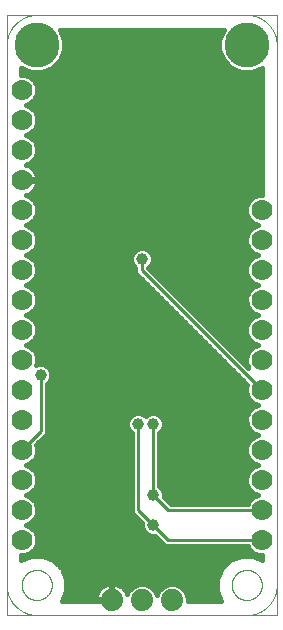
<source format=gbl>
G75*
%MOIN*%
%OFA0B0*%
%FSLAX25Y25*%
%IPPOS*%
%LPD*%
%AMOC8*
5,1,8,0,0,1.08239X$1,22.5*
%
%ADD10C,0.00000*%
%ADD11C,0.07400*%
%ADD12C,0.15000*%
%ADD13C,0.07000*%
%ADD14C,0.01600*%
%ADD15C,0.03962*%
%ADD16C,0.01000*%
D10*
X0005000Y0004300D02*
X0005000Y0204261D01*
X0094951Y0204261D01*
X0094951Y0004300D01*
X0005000Y0004300D01*
X0005000Y0014300D02*
X0005000Y0194300D01*
X0005003Y0194542D01*
X0005012Y0194783D01*
X0005026Y0195024D01*
X0005047Y0195265D01*
X0005073Y0195505D01*
X0005105Y0195745D01*
X0005143Y0195984D01*
X0005186Y0196221D01*
X0005236Y0196458D01*
X0005291Y0196693D01*
X0005351Y0196927D01*
X0005418Y0197159D01*
X0005489Y0197390D01*
X0005567Y0197619D01*
X0005650Y0197846D01*
X0005738Y0198071D01*
X0005832Y0198294D01*
X0005931Y0198514D01*
X0006036Y0198732D01*
X0006145Y0198947D01*
X0006260Y0199160D01*
X0006380Y0199370D01*
X0006505Y0199576D01*
X0006635Y0199780D01*
X0006770Y0199981D01*
X0006910Y0200178D01*
X0007054Y0200372D01*
X0007203Y0200562D01*
X0007357Y0200748D01*
X0007515Y0200931D01*
X0007677Y0201110D01*
X0007844Y0201285D01*
X0008015Y0201456D01*
X0008190Y0201623D01*
X0008369Y0201785D01*
X0008552Y0201943D01*
X0008738Y0202097D01*
X0008928Y0202246D01*
X0009122Y0202390D01*
X0009319Y0202530D01*
X0009520Y0202665D01*
X0009724Y0202795D01*
X0009930Y0202920D01*
X0010140Y0203040D01*
X0010353Y0203155D01*
X0010568Y0203264D01*
X0010786Y0203369D01*
X0011006Y0203468D01*
X0011229Y0203562D01*
X0011454Y0203650D01*
X0011681Y0203733D01*
X0011910Y0203811D01*
X0012141Y0203882D01*
X0012373Y0203949D01*
X0012607Y0204009D01*
X0012842Y0204064D01*
X0013079Y0204114D01*
X0013316Y0204157D01*
X0013555Y0204195D01*
X0013795Y0204227D01*
X0014035Y0204253D01*
X0014276Y0204274D01*
X0014517Y0204288D01*
X0014758Y0204297D01*
X0015000Y0204300D01*
X0085000Y0204300D01*
X0085242Y0204297D01*
X0085483Y0204288D01*
X0085724Y0204274D01*
X0085965Y0204253D01*
X0086205Y0204227D01*
X0086445Y0204195D01*
X0086684Y0204157D01*
X0086921Y0204114D01*
X0087158Y0204064D01*
X0087393Y0204009D01*
X0087627Y0203949D01*
X0087859Y0203882D01*
X0088090Y0203811D01*
X0088319Y0203733D01*
X0088546Y0203650D01*
X0088771Y0203562D01*
X0088994Y0203468D01*
X0089214Y0203369D01*
X0089432Y0203264D01*
X0089647Y0203155D01*
X0089860Y0203040D01*
X0090070Y0202920D01*
X0090276Y0202795D01*
X0090480Y0202665D01*
X0090681Y0202530D01*
X0090878Y0202390D01*
X0091072Y0202246D01*
X0091262Y0202097D01*
X0091448Y0201943D01*
X0091631Y0201785D01*
X0091810Y0201623D01*
X0091985Y0201456D01*
X0092156Y0201285D01*
X0092323Y0201110D01*
X0092485Y0200931D01*
X0092643Y0200748D01*
X0092797Y0200562D01*
X0092946Y0200372D01*
X0093090Y0200178D01*
X0093230Y0199981D01*
X0093365Y0199780D01*
X0093495Y0199576D01*
X0093620Y0199370D01*
X0093740Y0199160D01*
X0093855Y0198947D01*
X0093964Y0198732D01*
X0094069Y0198514D01*
X0094168Y0198294D01*
X0094262Y0198071D01*
X0094350Y0197846D01*
X0094433Y0197619D01*
X0094511Y0197390D01*
X0094582Y0197159D01*
X0094649Y0196927D01*
X0094709Y0196693D01*
X0094764Y0196458D01*
X0094814Y0196221D01*
X0094857Y0195984D01*
X0094895Y0195745D01*
X0094927Y0195505D01*
X0094953Y0195265D01*
X0094974Y0195024D01*
X0094988Y0194783D01*
X0094997Y0194542D01*
X0095000Y0194300D01*
X0095000Y0014300D01*
X0080000Y0014300D02*
X0080002Y0014441D01*
X0080008Y0014582D01*
X0080018Y0014722D01*
X0080032Y0014862D01*
X0080050Y0015002D01*
X0080071Y0015141D01*
X0080097Y0015280D01*
X0080126Y0015418D01*
X0080160Y0015554D01*
X0080197Y0015690D01*
X0080238Y0015825D01*
X0080283Y0015959D01*
X0080332Y0016091D01*
X0080384Y0016222D01*
X0080440Y0016351D01*
X0080500Y0016478D01*
X0080563Y0016604D01*
X0080629Y0016728D01*
X0080700Y0016851D01*
X0080773Y0016971D01*
X0080850Y0017089D01*
X0080930Y0017205D01*
X0081014Y0017318D01*
X0081100Y0017429D01*
X0081190Y0017538D01*
X0081283Y0017644D01*
X0081378Y0017747D01*
X0081477Y0017848D01*
X0081578Y0017946D01*
X0081682Y0018041D01*
X0081789Y0018133D01*
X0081898Y0018222D01*
X0082010Y0018307D01*
X0082124Y0018390D01*
X0082240Y0018470D01*
X0082359Y0018546D01*
X0082480Y0018618D01*
X0082602Y0018688D01*
X0082727Y0018753D01*
X0082853Y0018816D01*
X0082981Y0018874D01*
X0083111Y0018929D01*
X0083242Y0018981D01*
X0083375Y0019028D01*
X0083509Y0019072D01*
X0083644Y0019113D01*
X0083780Y0019149D01*
X0083917Y0019181D01*
X0084055Y0019210D01*
X0084193Y0019235D01*
X0084333Y0019255D01*
X0084473Y0019272D01*
X0084613Y0019285D01*
X0084754Y0019294D01*
X0084894Y0019299D01*
X0085035Y0019300D01*
X0085176Y0019297D01*
X0085317Y0019290D01*
X0085457Y0019279D01*
X0085597Y0019264D01*
X0085737Y0019245D01*
X0085876Y0019223D01*
X0086014Y0019196D01*
X0086152Y0019166D01*
X0086288Y0019131D01*
X0086424Y0019093D01*
X0086558Y0019051D01*
X0086692Y0019005D01*
X0086824Y0018956D01*
X0086954Y0018902D01*
X0087083Y0018845D01*
X0087210Y0018785D01*
X0087336Y0018721D01*
X0087459Y0018653D01*
X0087581Y0018582D01*
X0087701Y0018508D01*
X0087818Y0018430D01*
X0087933Y0018349D01*
X0088046Y0018265D01*
X0088157Y0018178D01*
X0088265Y0018087D01*
X0088370Y0017994D01*
X0088473Y0017897D01*
X0088573Y0017798D01*
X0088670Y0017696D01*
X0088764Y0017591D01*
X0088855Y0017484D01*
X0088943Y0017374D01*
X0089028Y0017262D01*
X0089110Y0017147D01*
X0089189Y0017030D01*
X0089264Y0016911D01*
X0089336Y0016790D01*
X0089404Y0016667D01*
X0089469Y0016542D01*
X0089531Y0016415D01*
X0089588Y0016286D01*
X0089643Y0016156D01*
X0089693Y0016025D01*
X0089740Y0015892D01*
X0089783Y0015758D01*
X0089822Y0015622D01*
X0089857Y0015486D01*
X0089889Y0015349D01*
X0089916Y0015211D01*
X0089940Y0015072D01*
X0089960Y0014932D01*
X0089976Y0014792D01*
X0089988Y0014652D01*
X0089996Y0014511D01*
X0090000Y0014370D01*
X0090000Y0014230D01*
X0089996Y0014089D01*
X0089988Y0013948D01*
X0089976Y0013808D01*
X0089960Y0013668D01*
X0089940Y0013528D01*
X0089916Y0013389D01*
X0089889Y0013251D01*
X0089857Y0013114D01*
X0089822Y0012978D01*
X0089783Y0012842D01*
X0089740Y0012708D01*
X0089693Y0012575D01*
X0089643Y0012444D01*
X0089588Y0012314D01*
X0089531Y0012185D01*
X0089469Y0012058D01*
X0089404Y0011933D01*
X0089336Y0011810D01*
X0089264Y0011689D01*
X0089189Y0011570D01*
X0089110Y0011453D01*
X0089028Y0011338D01*
X0088943Y0011226D01*
X0088855Y0011116D01*
X0088764Y0011009D01*
X0088670Y0010904D01*
X0088573Y0010802D01*
X0088473Y0010703D01*
X0088370Y0010606D01*
X0088265Y0010513D01*
X0088157Y0010422D01*
X0088046Y0010335D01*
X0087933Y0010251D01*
X0087818Y0010170D01*
X0087701Y0010092D01*
X0087581Y0010018D01*
X0087459Y0009947D01*
X0087336Y0009879D01*
X0087210Y0009815D01*
X0087083Y0009755D01*
X0086954Y0009698D01*
X0086824Y0009644D01*
X0086692Y0009595D01*
X0086558Y0009549D01*
X0086424Y0009507D01*
X0086288Y0009469D01*
X0086152Y0009434D01*
X0086014Y0009404D01*
X0085876Y0009377D01*
X0085737Y0009355D01*
X0085597Y0009336D01*
X0085457Y0009321D01*
X0085317Y0009310D01*
X0085176Y0009303D01*
X0085035Y0009300D01*
X0084894Y0009301D01*
X0084754Y0009306D01*
X0084613Y0009315D01*
X0084473Y0009328D01*
X0084333Y0009345D01*
X0084193Y0009365D01*
X0084055Y0009390D01*
X0083917Y0009419D01*
X0083780Y0009451D01*
X0083644Y0009487D01*
X0083509Y0009528D01*
X0083375Y0009572D01*
X0083242Y0009619D01*
X0083111Y0009671D01*
X0082981Y0009726D01*
X0082853Y0009784D01*
X0082727Y0009847D01*
X0082602Y0009912D01*
X0082480Y0009982D01*
X0082359Y0010054D01*
X0082240Y0010130D01*
X0082124Y0010210D01*
X0082010Y0010293D01*
X0081898Y0010378D01*
X0081789Y0010467D01*
X0081682Y0010559D01*
X0081578Y0010654D01*
X0081477Y0010752D01*
X0081378Y0010853D01*
X0081283Y0010956D01*
X0081190Y0011062D01*
X0081100Y0011171D01*
X0081014Y0011282D01*
X0080930Y0011395D01*
X0080850Y0011511D01*
X0080773Y0011629D01*
X0080700Y0011749D01*
X0080629Y0011872D01*
X0080563Y0011996D01*
X0080500Y0012122D01*
X0080440Y0012249D01*
X0080384Y0012378D01*
X0080332Y0012509D01*
X0080283Y0012641D01*
X0080238Y0012775D01*
X0080197Y0012910D01*
X0080160Y0013046D01*
X0080126Y0013182D01*
X0080097Y0013320D01*
X0080071Y0013459D01*
X0080050Y0013598D01*
X0080032Y0013738D01*
X0080018Y0013878D01*
X0080008Y0014018D01*
X0080002Y0014159D01*
X0080000Y0014300D01*
X0085000Y0004300D02*
X0085242Y0004303D01*
X0085483Y0004312D01*
X0085724Y0004326D01*
X0085965Y0004347D01*
X0086205Y0004373D01*
X0086445Y0004405D01*
X0086684Y0004443D01*
X0086921Y0004486D01*
X0087158Y0004536D01*
X0087393Y0004591D01*
X0087627Y0004651D01*
X0087859Y0004718D01*
X0088090Y0004789D01*
X0088319Y0004867D01*
X0088546Y0004950D01*
X0088771Y0005038D01*
X0088994Y0005132D01*
X0089214Y0005231D01*
X0089432Y0005336D01*
X0089647Y0005445D01*
X0089860Y0005560D01*
X0090070Y0005680D01*
X0090276Y0005805D01*
X0090480Y0005935D01*
X0090681Y0006070D01*
X0090878Y0006210D01*
X0091072Y0006354D01*
X0091262Y0006503D01*
X0091448Y0006657D01*
X0091631Y0006815D01*
X0091810Y0006977D01*
X0091985Y0007144D01*
X0092156Y0007315D01*
X0092323Y0007490D01*
X0092485Y0007669D01*
X0092643Y0007852D01*
X0092797Y0008038D01*
X0092946Y0008228D01*
X0093090Y0008422D01*
X0093230Y0008619D01*
X0093365Y0008820D01*
X0093495Y0009024D01*
X0093620Y0009230D01*
X0093740Y0009440D01*
X0093855Y0009653D01*
X0093964Y0009868D01*
X0094069Y0010086D01*
X0094168Y0010306D01*
X0094262Y0010529D01*
X0094350Y0010754D01*
X0094433Y0010981D01*
X0094511Y0011210D01*
X0094582Y0011441D01*
X0094649Y0011673D01*
X0094709Y0011907D01*
X0094764Y0012142D01*
X0094814Y0012379D01*
X0094857Y0012616D01*
X0094895Y0012855D01*
X0094927Y0013095D01*
X0094953Y0013335D01*
X0094974Y0013576D01*
X0094988Y0013817D01*
X0094997Y0014058D01*
X0095000Y0014300D01*
X0085000Y0004300D02*
X0015000Y0004300D01*
X0010000Y0014300D02*
X0010002Y0014441D01*
X0010008Y0014582D01*
X0010018Y0014722D01*
X0010032Y0014862D01*
X0010050Y0015002D01*
X0010071Y0015141D01*
X0010097Y0015280D01*
X0010126Y0015418D01*
X0010160Y0015554D01*
X0010197Y0015690D01*
X0010238Y0015825D01*
X0010283Y0015959D01*
X0010332Y0016091D01*
X0010384Y0016222D01*
X0010440Y0016351D01*
X0010500Y0016478D01*
X0010563Y0016604D01*
X0010629Y0016728D01*
X0010700Y0016851D01*
X0010773Y0016971D01*
X0010850Y0017089D01*
X0010930Y0017205D01*
X0011014Y0017318D01*
X0011100Y0017429D01*
X0011190Y0017538D01*
X0011283Y0017644D01*
X0011378Y0017747D01*
X0011477Y0017848D01*
X0011578Y0017946D01*
X0011682Y0018041D01*
X0011789Y0018133D01*
X0011898Y0018222D01*
X0012010Y0018307D01*
X0012124Y0018390D01*
X0012240Y0018470D01*
X0012359Y0018546D01*
X0012480Y0018618D01*
X0012602Y0018688D01*
X0012727Y0018753D01*
X0012853Y0018816D01*
X0012981Y0018874D01*
X0013111Y0018929D01*
X0013242Y0018981D01*
X0013375Y0019028D01*
X0013509Y0019072D01*
X0013644Y0019113D01*
X0013780Y0019149D01*
X0013917Y0019181D01*
X0014055Y0019210D01*
X0014193Y0019235D01*
X0014333Y0019255D01*
X0014473Y0019272D01*
X0014613Y0019285D01*
X0014754Y0019294D01*
X0014894Y0019299D01*
X0015035Y0019300D01*
X0015176Y0019297D01*
X0015317Y0019290D01*
X0015457Y0019279D01*
X0015597Y0019264D01*
X0015737Y0019245D01*
X0015876Y0019223D01*
X0016014Y0019196D01*
X0016152Y0019166D01*
X0016288Y0019131D01*
X0016424Y0019093D01*
X0016558Y0019051D01*
X0016692Y0019005D01*
X0016824Y0018956D01*
X0016954Y0018902D01*
X0017083Y0018845D01*
X0017210Y0018785D01*
X0017336Y0018721D01*
X0017459Y0018653D01*
X0017581Y0018582D01*
X0017701Y0018508D01*
X0017818Y0018430D01*
X0017933Y0018349D01*
X0018046Y0018265D01*
X0018157Y0018178D01*
X0018265Y0018087D01*
X0018370Y0017994D01*
X0018473Y0017897D01*
X0018573Y0017798D01*
X0018670Y0017696D01*
X0018764Y0017591D01*
X0018855Y0017484D01*
X0018943Y0017374D01*
X0019028Y0017262D01*
X0019110Y0017147D01*
X0019189Y0017030D01*
X0019264Y0016911D01*
X0019336Y0016790D01*
X0019404Y0016667D01*
X0019469Y0016542D01*
X0019531Y0016415D01*
X0019588Y0016286D01*
X0019643Y0016156D01*
X0019693Y0016025D01*
X0019740Y0015892D01*
X0019783Y0015758D01*
X0019822Y0015622D01*
X0019857Y0015486D01*
X0019889Y0015349D01*
X0019916Y0015211D01*
X0019940Y0015072D01*
X0019960Y0014932D01*
X0019976Y0014792D01*
X0019988Y0014652D01*
X0019996Y0014511D01*
X0020000Y0014370D01*
X0020000Y0014230D01*
X0019996Y0014089D01*
X0019988Y0013948D01*
X0019976Y0013808D01*
X0019960Y0013668D01*
X0019940Y0013528D01*
X0019916Y0013389D01*
X0019889Y0013251D01*
X0019857Y0013114D01*
X0019822Y0012978D01*
X0019783Y0012842D01*
X0019740Y0012708D01*
X0019693Y0012575D01*
X0019643Y0012444D01*
X0019588Y0012314D01*
X0019531Y0012185D01*
X0019469Y0012058D01*
X0019404Y0011933D01*
X0019336Y0011810D01*
X0019264Y0011689D01*
X0019189Y0011570D01*
X0019110Y0011453D01*
X0019028Y0011338D01*
X0018943Y0011226D01*
X0018855Y0011116D01*
X0018764Y0011009D01*
X0018670Y0010904D01*
X0018573Y0010802D01*
X0018473Y0010703D01*
X0018370Y0010606D01*
X0018265Y0010513D01*
X0018157Y0010422D01*
X0018046Y0010335D01*
X0017933Y0010251D01*
X0017818Y0010170D01*
X0017701Y0010092D01*
X0017581Y0010018D01*
X0017459Y0009947D01*
X0017336Y0009879D01*
X0017210Y0009815D01*
X0017083Y0009755D01*
X0016954Y0009698D01*
X0016824Y0009644D01*
X0016692Y0009595D01*
X0016558Y0009549D01*
X0016424Y0009507D01*
X0016288Y0009469D01*
X0016152Y0009434D01*
X0016014Y0009404D01*
X0015876Y0009377D01*
X0015737Y0009355D01*
X0015597Y0009336D01*
X0015457Y0009321D01*
X0015317Y0009310D01*
X0015176Y0009303D01*
X0015035Y0009300D01*
X0014894Y0009301D01*
X0014754Y0009306D01*
X0014613Y0009315D01*
X0014473Y0009328D01*
X0014333Y0009345D01*
X0014193Y0009365D01*
X0014055Y0009390D01*
X0013917Y0009419D01*
X0013780Y0009451D01*
X0013644Y0009487D01*
X0013509Y0009528D01*
X0013375Y0009572D01*
X0013242Y0009619D01*
X0013111Y0009671D01*
X0012981Y0009726D01*
X0012853Y0009784D01*
X0012727Y0009847D01*
X0012602Y0009912D01*
X0012480Y0009982D01*
X0012359Y0010054D01*
X0012240Y0010130D01*
X0012124Y0010210D01*
X0012010Y0010293D01*
X0011898Y0010378D01*
X0011789Y0010467D01*
X0011682Y0010559D01*
X0011578Y0010654D01*
X0011477Y0010752D01*
X0011378Y0010853D01*
X0011283Y0010956D01*
X0011190Y0011062D01*
X0011100Y0011171D01*
X0011014Y0011282D01*
X0010930Y0011395D01*
X0010850Y0011511D01*
X0010773Y0011629D01*
X0010700Y0011749D01*
X0010629Y0011872D01*
X0010563Y0011996D01*
X0010500Y0012122D01*
X0010440Y0012249D01*
X0010384Y0012378D01*
X0010332Y0012509D01*
X0010283Y0012641D01*
X0010238Y0012775D01*
X0010197Y0012910D01*
X0010160Y0013046D01*
X0010126Y0013182D01*
X0010097Y0013320D01*
X0010071Y0013459D01*
X0010050Y0013598D01*
X0010032Y0013738D01*
X0010018Y0013878D01*
X0010008Y0014018D01*
X0010002Y0014159D01*
X0010000Y0014300D01*
X0005000Y0014300D02*
X0005003Y0014058D01*
X0005012Y0013817D01*
X0005026Y0013576D01*
X0005047Y0013335D01*
X0005073Y0013095D01*
X0005105Y0012855D01*
X0005143Y0012616D01*
X0005186Y0012379D01*
X0005236Y0012142D01*
X0005291Y0011907D01*
X0005351Y0011673D01*
X0005418Y0011441D01*
X0005489Y0011210D01*
X0005567Y0010981D01*
X0005650Y0010754D01*
X0005738Y0010529D01*
X0005832Y0010306D01*
X0005931Y0010086D01*
X0006036Y0009868D01*
X0006145Y0009653D01*
X0006260Y0009440D01*
X0006380Y0009230D01*
X0006505Y0009024D01*
X0006635Y0008820D01*
X0006770Y0008619D01*
X0006910Y0008422D01*
X0007054Y0008228D01*
X0007203Y0008038D01*
X0007357Y0007852D01*
X0007515Y0007669D01*
X0007677Y0007490D01*
X0007844Y0007315D01*
X0008015Y0007144D01*
X0008190Y0006977D01*
X0008369Y0006815D01*
X0008552Y0006657D01*
X0008738Y0006503D01*
X0008928Y0006354D01*
X0009122Y0006210D01*
X0009319Y0006070D01*
X0009520Y0005935D01*
X0009724Y0005805D01*
X0009930Y0005680D01*
X0010140Y0005560D01*
X0010353Y0005445D01*
X0010568Y0005336D01*
X0010786Y0005231D01*
X0011006Y0005132D01*
X0011229Y0005038D01*
X0011454Y0004950D01*
X0011681Y0004867D01*
X0011910Y0004789D01*
X0012141Y0004718D01*
X0012373Y0004651D01*
X0012607Y0004591D01*
X0012842Y0004536D01*
X0013079Y0004486D01*
X0013316Y0004443D01*
X0013555Y0004405D01*
X0013795Y0004373D01*
X0014035Y0004347D01*
X0014276Y0004326D01*
X0014517Y0004312D01*
X0014758Y0004303D01*
X0015000Y0004300D01*
D11*
X0040000Y0009300D03*
X0050000Y0009300D03*
X0060000Y0009300D03*
D12*
X0085000Y0194300D03*
X0015000Y0194300D03*
D13*
X0010000Y0179300D03*
X0010000Y0169300D03*
X0010000Y0159300D03*
X0010000Y0149300D03*
X0010000Y0139300D03*
X0010000Y0129300D03*
X0010000Y0119300D03*
X0010000Y0109300D03*
X0010000Y0099300D03*
X0010000Y0089300D03*
X0010000Y0079300D03*
X0010000Y0069300D03*
X0010000Y0059300D03*
X0010000Y0049300D03*
X0010000Y0039300D03*
X0010000Y0029300D03*
X0090000Y0029300D03*
X0090000Y0039300D03*
X0090000Y0049300D03*
X0090000Y0059300D03*
X0090000Y0069300D03*
X0090000Y0079300D03*
X0090000Y0089300D03*
X0090000Y0099300D03*
X0090000Y0109300D03*
X0090000Y0119300D03*
X0090000Y0129300D03*
X0090000Y0139300D03*
D14*
X0090151Y0144400D02*
X0088986Y0144400D01*
X0087111Y0143624D01*
X0085676Y0142189D01*
X0084900Y0140314D01*
X0084900Y0138286D01*
X0085676Y0136411D01*
X0087111Y0134976D01*
X0088744Y0134300D01*
X0087111Y0133624D01*
X0085676Y0132189D01*
X0084900Y0130314D01*
X0084900Y0128286D01*
X0085676Y0126411D01*
X0087111Y0124976D01*
X0088744Y0124300D01*
X0087111Y0123624D01*
X0085676Y0122189D01*
X0084900Y0120314D01*
X0084900Y0118286D01*
X0085676Y0116411D01*
X0087111Y0114976D01*
X0088744Y0114300D01*
X0087111Y0113624D01*
X0085676Y0112189D01*
X0084900Y0110314D01*
X0084900Y0108286D01*
X0085676Y0106411D01*
X0087111Y0104976D01*
X0088744Y0104300D01*
X0087111Y0103624D01*
X0085676Y0102189D01*
X0084900Y0100314D01*
X0084900Y0098286D01*
X0085676Y0096411D01*
X0087111Y0094976D01*
X0088744Y0094300D01*
X0087111Y0093624D01*
X0085676Y0092189D01*
X0084900Y0090314D01*
X0084900Y0088286D01*
X0085548Y0086722D01*
X0052142Y0120128D01*
X0053036Y0121021D01*
X0053581Y0122338D01*
X0053581Y0123762D01*
X0053036Y0125079D01*
X0052029Y0126086D01*
X0050712Y0126631D01*
X0049288Y0126631D01*
X0047971Y0126086D01*
X0046964Y0125079D01*
X0046419Y0123762D01*
X0046419Y0122338D01*
X0046964Y0121021D01*
X0047900Y0120086D01*
X0047900Y0118430D01*
X0085227Y0081103D01*
X0084900Y0080314D01*
X0084900Y0078286D01*
X0085676Y0076411D01*
X0087111Y0074976D01*
X0088744Y0074300D01*
X0087111Y0073624D01*
X0085676Y0072189D01*
X0084900Y0070314D01*
X0084900Y0068286D01*
X0085676Y0066411D01*
X0087111Y0064976D01*
X0088744Y0064300D01*
X0087111Y0063624D01*
X0085676Y0062189D01*
X0084900Y0060314D01*
X0084900Y0058286D01*
X0085676Y0056411D01*
X0087111Y0054976D01*
X0088744Y0054300D01*
X0087111Y0053624D01*
X0085676Y0052189D01*
X0084900Y0050314D01*
X0084900Y0048286D01*
X0085676Y0046411D01*
X0087111Y0044976D01*
X0088744Y0044300D01*
X0087111Y0043624D01*
X0085676Y0042189D01*
X0085350Y0041400D01*
X0059620Y0041400D01*
X0057331Y0043689D01*
X0057331Y0045012D01*
X0056786Y0046329D01*
X0055850Y0047264D01*
X0055850Y0065086D01*
X0056786Y0066021D01*
X0057331Y0067338D01*
X0057331Y0068762D01*
X0056786Y0070079D01*
X0055779Y0071086D01*
X0054462Y0071631D01*
X0053038Y0071631D01*
X0051721Y0071086D01*
X0051250Y0070614D01*
X0050779Y0071086D01*
X0049462Y0071631D01*
X0048038Y0071631D01*
X0046721Y0071086D01*
X0045714Y0070079D01*
X0045169Y0068762D01*
X0045169Y0067338D01*
X0045714Y0066021D01*
X0046650Y0065086D01*
X0046650Y0038430D01*
X0050169Y0034911D01*
X0050169Y0033588D01*
X0050714Y0032271D01*
X0051721Y0031264D01*
X0053038Y0030719D01*
X0054361Y0030719D01*
X0057880Y0027200D01*
X0085350Y0027200D01*
X0085676Y0026411D01*
X0087111Y0024976D01*
X0088986Y0024200D01*
X0090151Y0024200D01*
X0090151Y0022774D01*
X0086949Y0024100D01*
X0083051Y0024100D01*
X0079449Y0022608D01*
X0076692Y0019851D01*
X0075200Y0016249D01*
X0075200Y0012351D01*
X0076546Y0009100D01*
X0065300Y0009100D01*
X0065300Y0010354D01*
X0064493Y0012302D01*
X0063002Y0013793D01*
X0061054Y0014600D01*
X0058946Y0014600D01*
X0056998Y0013793D01*
X0055507Y0012302D01*
X0055000Y0011078D01*
X0054493Y0012302D01*
X0053002Y0013793D01*
X0051054Y0014600D01*
X0048946Y0014600D01*
X0046998Y0013793D01*
X0045507Y0012302D01*
X0045115Y0011356D01*
X0045097Y0011411D01*
X0044704Y0012183D01*
X0044195Y0012883D01*
X0043583Y0013495D01*
X0042883Y0014004D01*
X0042111Y0014397D01*
X0041288Y0014665D01*
X0040433Y0014800D01*
X0040200Y0014800D01*
X0040200Y0009500D01*
X0039800Y0009500D01*
X0039800Y0014800D01*
X0039567Y0014800D01*
X0038712Y0014665D01*
X0037889Y0014397D01*
X0037117Y0014004D01*
X0036417Y0013495D01*
X0035805Y0012883D01*
X0035296Y0012183D01*
X0034903Y0011411D01*
X0034635Y0010588D01*
X0034500Y0009733D01*
X0034500Y0009500D01*
X0039800Y0009500D01*
X0039800Y0009100D01*
X0023454Y0009100D01*
X0024800Y0012351D01*
X0024800Y0016249D01*
X0023308Y0019851D01*
X0020551Y0022608D01*
X0016949Y0024100D01*
X0013051Y0024100D01*
X0009800Y0022754D01*
X0009800Y0024200D01*
X0011014Y0024200D01*
X0012889Y0024976D01*
X0014324Y0026411D01*
X0015100Y0028286D01*
X0015100Y0030314D01*
X0014324Y0032189D01*
X0012889Y0033624D01*
X0011256Y0034300D01*
X0012889Y0034976D01*
X0014324Y0036411D01*
X0015100Y0038286D01*
X0015100Y0040314D01*
X0014324Y0042189D01*
X0012889Y0043624D01*
X0011256Y0044300D01*
X0012889Y0044976D01*
X0014324Y0046411D01*
X0015100Y0048286D01*
X0015100Y0050314D01*
X0014324Y0052189D01*
X0012889Y0053624D01*
X0011256Y0054300D01*
X0012889Y0054976D01*
X0014324Y0056411D01*
X0015100Y0058286D01*
X0015100Y0060314D01*
X0014773Y0061103D01*
X0017120Y0063450D01*
X0018350Y0064680D01*
X0018350Y0081336D01*
X0019286Y0082271D01*
X0019831Y0083588D01*
X0019831Y0085012D01*
X0019286Y0086329D01*
X0018279Y0087336D01*
X0016962Y0087881D01*
X0015538Y0087881D01*
X0014807Y0087578D01*
X0015100Y0088286D01*
X0015100Y0090314D01*
X0014324Y0092189D01*
X0012889Y0093624D01*
X0011256Y0094300D01*
X0012889Y0094976D01*
X0014324Y0096411D01*
X0015100Y0098286D01*
X0015100Y0100314D01*
X0014324Y0102189D01*
X0012889Y0103624D01*
X0011256Y0104300D01*
X0012889Y0104976D01*
X0014324Y0106411D01*
X0015100Y0108286D01*
X0015100Y0110314D01*
X0014324Y0112189D01*
X0012889Y0113624D01*
X0011256Y0114300D01*
X0012889Y0114976D01*
X0014324Y0116411D01*
X0015100Y0118286D01*
X0015100Y0120314D01*
X0014324Y0122189D01*
X0012889Y0123624D01*
X0011256Y0124300D01*
X0012889Y0124976D01*
X0014324Y0126411D01*
X0015100Y0128286D01*
X0015100Y0130314D01*
X0014324Y0132189D01*
X0012889Y0133624D01*
X0011256Y0134300D01*
X0012889Y0134976D01*
X0014324Y0136411D01*
X0015100Y0138286D01*
X0015100Y0140314D01*
X0014324Y0142189D01*
X0012889Y0143624D01*
X0011479Y0144208D01*
X0012034Y0144388D01*
X0012778Y0144767D01*
X0013453Y0145257D01*
X0014043Y0145847D01*
X0014533Y0146522D01*
X0014912Y0147266D01*
X0015169Y0148059D01*
X0015300Y0148883D01*
X0015300Y0149116D01*
X0010184Y0149116D01*
X0010184Y0149484D01*
X0015300Y0149484D01*
X0015300Y0149717D01*
X0015169Y0150541D01*
X0014912Y0151334D01*
X0014533Y0152078D01*
X0014043Y0152753D01*
X0013453Y0153343D01*
X0012778Y0153833D01*
X0012034Y0154212D01*
X0011479Y0154392D01*
X0012889Y0154976D01*
X0014324Y0156411D01*
X0015100Y0158286D01*
X0015100Y0160314D01*
X0014324Y0162189D01*
X0012889Y0163624D01*
X0011256Y0164300D01*
X0012889Y0164976D01*
X0014324Y0166411D01*
X0015100Y0168286D01*
X0015100Y0170314D01*
X0014324Y0172189D01*
X0012889Y0173624D01*
X0011256Y0174300D01*
X0012889Y0174976D01*
X0014324Y0176411D01*
X0015100Y0178286D01*
X0015100Y0180314D01*
X0014324Y0182189D01*
X0012889Y0183624D01*
X0011014Y0184400D01*
X0009800Y0184400D01*
X0009800Y0186631D01*
X0009845Y0186585D01*
X0013190Y0185200D01*
X0016810Y0185200D01*
X0020155Y0186585D01*
X0022715Y0189145D01*
X0024100Y0192490D01*
X0024100Y0196110D01*
X0022715Y0199455D01*
X0022709Y0199461D01*
X0077291Y0199461D01*
X0077285Y0199455D01*
X0075900Y0196110D01*
X0075900Y0192490D01*
X0077285Y0189145D01*
X0079845Y0186585D01*
X0083190Y0185200D01*
X0086810Y0185200D01*
X0090151Y0186584D01*
X0090151Y0144400D01*
X0090151Y0144969D02*
X0013056Y0144969D01*
X0013142Y0143370D02*
X0086858Y0143370D01*
X0085504Y0141772D02*
X0014496Y0141772D01*
X0015100Y0140173D02*
X0084900Y0140173D01*
X0084900Y0138575D02*
X0015100Y0138575D01*
X0014558Y0136976D02*
X0085442Y0136976D01*
X0086710Y0135378D02*
X0013290Y0135378D01*
X0012513Y0133779D02*
X0087487Y0133779D01*
X0085673Y0132181D02*
X0014327Y0132181D01*
X0014989Y0130582D02*
X0085011Y0130582D01*
X0084900Y0128984D02*
X0015100Y0128984D01*
X0014727Y0127385D02*
X0085273Y0127385D01*
X0086301Y0125787D02*
X0052328Y0125787D01*
X0053405Y0124188D02*
X0088475Y0124188D01*
X0086077Y0122590D02*
X0053581Y0122590D01*
X0053006Y0120991D02*
X0085180Y0120991D01*
X0084900Y0119393D02*
X0052877Y0119393D01*
X0054476Y0117794D02*
X0085103Y0117794D01*
X0085892Y0116196D02*
X0056074Y0116196D01*
X0057673Y0114597D02*
X0088026Y0114597D01*
X0086486Y0112999D02*
X0059271Y0112999D01*
X0060870Y0111400D02*
X0085350Y0111400D01*
X0084900Y0109802D02*
X0062468Y0109802D01*
X0064067Y0108203D02*
X0084934Y0108203D01*
X0085596Y0106605D02*
X0065665Y0106605D01*
X0067264Y0105006D02*
X0087081Y0105006D01*
X0086895Y0103408D02*
X0068862Y0103408D01*
X0070461Y0101809D02*
X0085519Y0101809D01*
X0084900Y0100211D02*
X0072059Y0100211D01*
X0073658Y0098612D02*
X0084900Y0098612D01*
X0085427Y0097014D02*
X0075256Y0097014D01*
X0076855Y0095415D02*
X0086672Y0095415D01*
X0087577Y0093817D02*
X0078453Y0093817D01*
X0080052Y0092218D02*
X0085706Y0092218D01*
X0085026Y0090620D02*
X0081650Y0090620D01*
X0083249Y0089021D02*
X0084900Y0089021D01*
X0084847Y0087423D02*
X0085257Y0087423D01*
X0083703Y0082627D02*
X0019433Y0082627D01*
X0019831Y0084226D02*
X0082105Y0084226D01*
X0080506Y0085824D02*
X0019495Y0085824D01*
X0018069Y0087423D02*
X0078908Y0087423D01*
X0077309Y0089021D02*
X0015100Y0089021D01*
X0014974Y0090620D02*
X0075711Y0090620D01*
X0074112Y0092218D02*
X0014294Y0092218D01*
X0013328Y0095415D02*
X0070915Y0095415D01*
X0072514Y0093817D02*
X0012423Y0093817D01*
X0014573Y0097014D02*
X0069316Y0097014D01*
X0067718Y0098612D02*
X0015100Y0098612D01*
X0015100Y0100211D02*
X0066119Y0100211D01*
X0064521Y0101809D02*
X0014481Y0101809D01*
X0013105Y0103408D02*
X0062922Y0103408D01*
X0061324Y0105006D02*
X0012919Y0105006D01*
X0014404Y0106605D02*
X0059725Y0106605D01*
X0058127Y0108203D02*
X0015066Y0108203D01*
X0015100Y0109802D02*
X0056528Y0109802D01*
X0054930Y0111400D02*
X0014650Y0111400D01*
X0013514Y0112999D02*
X0053331Y0112999D01*
X0051733Y0114597D02*
X0011974Y0114597D01*
X0014108Y0116196D02*
X0050134Y0116196D01*
X0048536Y0117794D02*
X0014897Y0117794D01*
X0015100Y0119393D02*
X0047900Y0119393D01*
X0046994Y0120991D02*
X0014820Y0120991D01*
X0013923Y0122590D02*
X0046419Y0122590D01*
X0046595Y0124188D02*
X0011525Y0124188D01*
X0013699Y0125787D02*
X0047672Y0125787D01*
X0047570Y0071437D02*
X0018350Y0071437D01*
X0018350Y0069839D02*
X0045615Y0069839D01*
X0045169Y0068240D02*
X0018350Y0068240D01*
X0018350Y0066642D02*
X0045457Y0066642D01*
X0046650Y0065043D02*
X0018350Y0065043D01*
X0017115Y0063445D02*
X0046650Y0063445D01*
X0046650Y0061846D02*
X0015516Y0061846D01*
X0015100Y0060248D02*
X0046650Y0060248D01*
X0046650Y0058649D02*
X0015100Y0058649D01*
X0014589Y0057051D02*
X0046650Y0057051D01*
X0046650Y0055452D02*
X0013365Y0055452D01*
X0012333Y0053854D02*
X0046650Y0053854D01*
X0046650Y0052255D02*
X0014257Y0052255D01*
X0014958Y0050657D02*
X0046650Y0050657D01*
X0046650Y0049058D02*
X0015100Y0049058D01*
X0014758Y0047460D02*
X0046650Y0047460D01*
X0046650Y0045861D02*
X0013774Y0045861D01*
X0013848Y0042664D02*
X0046650Y0042664D01*
X0046650Y0041066D02*
X0014789Y0041066D01*
X0015100Y0039467D02*
X0046650Y0039467D01*
X0047211Y0037869D02*
X0014927Y0037869D01*
X0014183Y0036270D02*
X0048810Y0036270D01*
X0050169Y0034672D02*
X0012153Y0034672D01*
X0013439Y0033073D02*
X0050382Y0033073D01*
X0051511Y0031475D02*
X0014619Y0031475D01*
X0015100Y0029876D02*
X0055204Y0029876D01*
X0056802Y0028278D02*
X0015097Y0028278D01*
X0014435Y0026679D02*
X0085565Y0026679D01*
X0087007Y0025081D02*
X0012993Y0025081D01*
X0011559Y0023482D02*
X0009800Y0023482D01*
X0018441Y0023482D02*
X0081559Y0023482D01*
X0078724Y0021884D02*
X0021276Y0021884D01*
X0022874Y0020285D02*
X0077126Y0020285D01*
X0076210Y0018687D02*
X0023790Y0018687D01*
X0024453Y0017088D02*
X0075547Y0017088D01*
X0075200Y0015490D02*
X0024800Y0015490D01*
X0024800Y0013891D02*
X0036962Y0013891D01*
X0035376Y0012293D02*
X0024776Y0012293D01*
X0024114Y0010694D02*
X0034670Y0010694D01*
X0039800Y0010694D02*
X0040200Y0010694D01*
X0040200Y0012293D02*
X0039800Y0012293D01*
X0039800Y0013891D02*
X0040200Y0013891D01*
X0043038Y0013891D02*
X0047234Y0013891D01*
X0045503Y0012293D02*
X0044624Y0012293D01*
X0052766Y0013891D02*
X0057234Y0013891D01*
X0055503Y0012293D02*
X0054497Y0012293D01*
X0062766Y0013891D02*
X0075200Y0013891D01*
X0075224Y0012293D02*
X0064497Y0012293D01*
X0065159Y0010694D02*
X0075886Y0010694D01*
X0088441Y0023482D02*
X0090151Y0023482D01*
X0086152Y0042664D02*
X0058356Y0042664D01*
X0057331Y0044263D02*
X0088654Y0044263D01*
X0086226Y0045861D02*
X0056979Y0045861D01*
X0055850Y0047460D02*
X0085242Y0047460D01*
X0084900Y0049058D02*
X0055850Y0049058D01*
X0055850Y0050657D02*
X0085042Y0050657D01*
X0085743Y0052255D02*
X0055850Y0052255D01*
X0055850Y0053854D02*
X0087667Y0053854D01*
X0086635Y0055452D02*
X0055850Y0055452D01*
X0055850Y0057051D02*
X0085411Y0057051D01*
X0084900Y0058649D02*
X0055850Y0058649D01*
X0055850Y0060248D02*
X0084900Y0060248D01*
X0085535Y0061846D02*
X0055850Y0061846D01*
X0055850Y0063445D02*
X0086932Y0063445D01*
X0087044Y0065043D02*
X0055850Y0065043D01*
X0057043Y0066642D02*
X0085581Y0066642D01*
X0084919Y0068240D02*
X0057331Y0068240D01*
X0056885Y0069839D02*
X0084900Y0069839D01*
X0085365Y0071437D02*
X0054930Y0071437D01*
X0052570Y0071437D02*
X0049930Y0071437D01*
X0046650Y0044263D02*
X0011346Y0044263D01*
X0018350Y0073036D02*
X0086523Y0073036D01*
X0087937Y0074634D02*
X0018350Y0074634D01*
X0018350Y0076233D02*
X0085854Y0076233D01*
X0085088Y0077832D02*
X0018350Y0077832D01*
X0018350Y0079430D02*
X0084900Y0079430D01*
X0085196Y0081029D02*
X0018350Y0081029D01*
X0014556Y0146568D02*
X0090151Y0146568D01*
X0090151Y0148166D02*
X0015186Y0148166D01*
X0015292Y0149765D02*
X0090151Y0149765D01*
X0090151Y0151363D02*
X0014897Y0151363D01*
X0013834Y0152962D02*
X0090151Y0152962D01*
X0090151Y0154560D02*
X0011884Y0154560D01*
X0014071Y0156159D02*
X0090151Y0156159D01*
X0090151Y0157757D02*
X0014881Y0157757D01*
X0015100Y0159356D02*
X0090151Y0159356D01*
X0090151Y0160954D02*
X0014835Y0160954D01*
X0013960Y0162553D02*
X0090151Y0162553D01*
X0090151Y0164151D02*
X0011615Y0164151D01*
X0013662Y0165750D02*
X0090151Y0165750D01*
X0090151Y0167348D02*
X0014712Y0167348D01*
X0015100Y0168947D02*
X0090151Y0168947D01*
X0090151Y0170545D02*
X0015004Y0170545D01*
X0014342Y0172144D02*
X0090151Y0172144D01*
X0090151Y0173742D02*
X0012602Y0173742D01*
X0013253Y0175341D02*
X0090151Y0175341D01*
X0090151Y0176939D02*
X0014542Y0176939D01*
X0015100Y0178538D02*
X0090151Y0178538D01*
X0090151Y0180136D02*
X0015100Y0180136D01*
X0014512Y0181735D02*
X0090151Y0181735D01*
X0090151Y0183333D02*
X0013179Y0183333D01*
X0009800Y0184932D02*
X0090151Y0184932D01*
X0090151Y0186530D02*
X0090022Y0186530D01*
X0079978Y0186530D02*
X0020022Y0186530D01*
X0021698Y0188129D02*
X0078302Y0188129D01*
X0077044Y0189727D02*
X0022956Y0189727D01*
X0023618Y0191326D02*
X0076382Y0191326D01*
X0075900Y0192924D02*
X0024100Y0192924D01*
X0024100Y0194523D02*
X0075900Y0194523D01*
X0075905Y0196121D02*
X0024095Y0196121D01*
X0023433Y0197720D02*
X0076567Y0197720D01*
X0077229Y0199318D02*
X0022771Y0199318D01*
X0009978Y0186530D02*
X0009800Y0186530D01*
D15*
X0050000Y0123050D03*
X0026250Y0100550D03*
X0016250Y0084300D03*
X0048750Y0068050D03*
X0053750Y0068050D03*
X0053750Y0044300D03*
X0053750Y0034300D03*
D16*
X0058750Y0029300D01*
X0090000Y0029300D01*
X0090000Y0039300D02*
X0058750Y0039300D01*
X0053750Y0044300D01*
X0053750Y0068050D01*
X0048750Y0068050D02*
X0048750Y0039300D01*
X0053750Y0034300D01*
X0090000Y0079300D02*
X0050000Y0119300D01*
X0050000Y0123050D01*
X0016250Y0084300D02*
X0016250Y0065550D01*
X0010000Y0059300D01*
M02*

</source>
